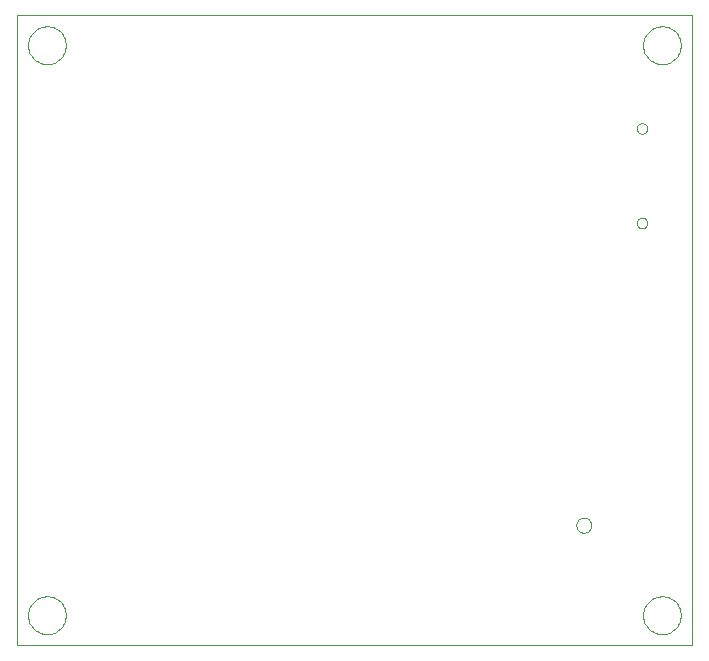
<source format=gbo>
G75*
%MOIN*%
%OFA0B0*%
%FSLAX24Y24*%
%IPPOS*%
%LPD*%
%AMOC8*
5,1,8,0,0,1.08239X$1,22.5*
%
%ADD10C,0.0000*%
D10*
X004872Y000861D02*
X027372Y000861D01*
X027372Y021861D01*
X004872Y021861D01*
X004872Y000861D01*
X005242Y001861D02*
X005244Y001911D01*
X005250Y001961D01*
X005260Y002010D01*
X005274Y002058D01*
X005291Y002105D01*
X005312Y002150D01*
X005337Y002194D01*
X005365Y002235D01*
X005397Y002274D01*
X005431Y002311D01*
X005468Y002345D01*
X005508Y002375D01*
X005550Y002402D01*
X005594Y002426D01*
X005640Y002447D01*
X005687Y002463D01*
X005735Y002476D01*
X005785Y002485D01*
X005834Y002490D01*
X005885Y002491D01*
X005935Y002488D01*
X005984Y002481D01*
X006033Y002470D01*
X006081Y002455D01*
X006127Y002437D01*
X006172Y002415D01*
X006215Y002389D01*
X006256Y002360D01*
X006295Y002328D01*
X006331Y002293D01*
X006363Y002255D01*
X006393Y002215D01*
X006420Y002172D01*
X006443Y002128D01*
X006462Y002082D01*
X006478Y002034D01*
X006490Y001985D01*
X006498Y001936D01*
X006502Y001886D01*
X006502Y001836D01*
X006498Y001786D01*
X006490Y001737D01*
X006478Y001688D01*
X006462Y001640D01*
X006443Y001594D01*
X006420Y001550D01*
X006393Y001507D01*
X006363Y001467D01*
X006331Y001429D01*
X006295Y001394D01*
X006256Y001362D01*
X006215Y001333D01*
X006172Y001307D01*
X006127Y001285D01*
X006081Y001267D01*
X006033Y001252D01*
X005984Y001241D01*
X005935Y001234D01*
X005885Y001231D01*
X005834Y001232D01*
X005785Y001237D01*
X005735Y001246D01*
X005687Y001259D01*
X005640Y001275D01*
X005594Y001296D01*
X005550Y001320D01*
X005508Y001347D01*
X005468Y001377D01*
X005431Y001411D01*
X005397Y001448D01*
X005365Y001487D01*
X005337Y001528D01*
X005312Y001572D01*
X005291Y001617D01*
X005274Y001664D01*
X005260Y001712D01*
X005250Y001761D01*
X005244Y001811D01*
X005242Y001861D01*
X023522Y004861D02*
X023524Y004892D01*
X023530Y004923D01*
X023540Y004953D01*
X023553Y004981D01*
X023570Y005008D01*
X023590Y005032D01*
X023613Y005054D01*
X023638Y005072D01*
X023666Y005087D01*
X023695Y005099D01*
X023725Y005107D01*
X023756Y005111D01*
X023788Y005111D01*
X023819Y005107D01*
X023849Y005099D01*
X023878Y005087D01*
X023906Y005072D01*
X023931Y005054D01*
X023954Y005032D01*
X023974Y005008D01*
X023991Y004981D01*
X024004Y004953D01*
X024014Y004923D01*
X024020Y004892D01*
X024022Y004861D01*
X024020Y004830D01*
X024014Y004799D01*
X024004Y004769D01*
X023991Y004741D01*
X023974Y004714D01*
X023954Y004690D01*
X023931Y004668D01*
X023906Y004650D01*
X023878Y004635D01*
X023849Y004623D01*
X023819Y004615D01*
X023788Y004611D01*
X023756Y004611D01*
X023725Y004615D01*
X023695Y004623D01*
X023666Y004635D01*
X023638Y004650D01*
X023613Y004668D01*
X023590Y004690D01*
X023570Y004714D01*
X023553Y004741D01*
X023540Y004769D01*
X023530Y004799D01*
X023524Y004830D01*
X023522Y004861D01*
X025742Y001861D02*
X025744Y001911D01*
X025750Y001961D01*
X025760Y002010D01*
X025774Y002058D01*
X025791Y002105D01*
X025812Y002150D01*
X025837Y002194D01*
X025865Y002235D01*
X025897Y002274D01*
X025931Y002311D01*
X025968Y002345D01*
X026008Y002375D01*
X026050Y002402D01*
X026094Y002426D01*
X026140Y002447D01*
X026187Y002463D01*
X026235Y002476D01*
X026285Y002485D01*
X026334Y002490D01*
X026385Y002491D01*
X026435Y002488D01*
X026484Y002481D01*
X026533Y002470D01*
X026581Y002455D01*
X026627Y002437D01*
X026672Y002415D01*
X026715Y002389D01*
X026756Y002360D01*
X026795Y002328D01*
X026831Y002293D01*
X026863Y002255D01*
X026893Y002215D01*
X026920Y002172D01*
X026943Y002128D01*
X026962Y002082D01*
X026978Y002034D01*
X026990Y001985D01*
X026998Y001936D01*
X027002Y001886D01*
X027002Y001836D01*
X026998Y001786D01*
X026990Y001737D01*
X026978Y001688D01*
X026962Y001640D01*
X026943Y001594D01*
X026920Y001550D01*
X026893Y001507D01*
X026863Y001467D01*
X026831Y001429D01*
X026795Y001394D01*
X026756Y001362D01*
X026715Y001333D01*
X026672Y001307D01*
X026627Y001285D01*
X026581Y001267D01*
X026533Y001252D01*
X026484Y001241D01*
X026435Y001234D01*
X026385Y001231D01*
X026334Y001232D01*
X026285Y001237D01*
X026235Y001246D01*
X026187Y001259D01*
X026140Y001275D01*
X026094Y001296D01*
X026050Y001320D01*
X026008Y001347D01*
X025968Y001377D01*
X025931Y001411D01*
X025897Y001448D01*
X025865Y001487D01*
X025837Y001528D01*
X025812Y001572D01*
X025791Y001617D01*
X025774Y001664D01*
X025760Y001712D01*
X025750Y001761D01*
X025744Y001811D01*
X025742Y001861D01*
X025538Y014937D02*
X025540Y014963D01*
X025546Y014989D01*
X025555Y015013D01*
X025568Y015036D01*
X025585Y015056D01*
X025604Y015074D01*
X025626Y015089D01*
X025649Y015100D01*
X025674Y015108D01*
X025700Y015112D01*
X025726Y015112D01*
X025752Y015108D01*
X025777Y015100D01*
X025801Y015089D01*
X025822Y015074D01*
X025841Y015056D01*
X025858Y015036D01*
X025871Y015013D01*
X025880Y014989D01*
X025886Y014963D01*
X025888Y014937D01*
X025886Y014911D01*
X025880Y014885D01*
X025871Y014861D01*
X025858Y014838D01*
X025841Y014818D01*
X025822Y014800D01*
X025800Y014785D01*
X025777Y014774D01*
X025752Y014766D01*
X025726Y014762D01*
X025700Y014762D01*
X025674Y014766D01*
X025649Y014774D01*
X025625Y014785D01*
X025604Y014800D01*
X025585Y014818D01*
X025568Y014838D01*
X025555Y014861D01*
X025546Y014885D01*
X025540Y014911D01*
X025538Y014937D01*
X025538Y018087D02*
X025540Y018113D01*
X025546Y018139D01*
X025555Y018163D01*
X025568Y018186D01*
X025585Y018206D01*
X025604Y018224D01*
X025626Y018239D01*
X025649Y018250D01*
X025674Y018258D01*
X025700Y018262D01*
X025726Y018262D01*
X025752Y018258D01*
X025777Y018250D01*
X025801Y018239D01*
X025822Y018224D01*
X025841Y018206D01*
X025858Y018186D01*
X025871Y018163D01*
X025880Y018139D01*
X025886Y018113D01*
X025888Y018087D01*
X025886Y018061D01*
X025880Y018035D01*
X025871Y018011D01*
X025858Y017988D01*
X025841Y017968D01*
X025822Y017950D01*
X025800Y017935D01*
X025777Y017924D01*
X025752Y017916D01*
X025726Y017912D01*
X025700Y017912D01*
X025674Y017916D01*
X025649Y017924D01*
X025625Y017935D01*
X025604Y017950D01*
X025585Y017968D01*
X025568Y017988D01*
X025555Y018011D01*
X025546Y018035D01*
X025540Y018061D01*
X025538Y018087D01*
X025742Y020861D02*
X025744Y020911D01*
X025750Y020961D01*
X025760Y021010D01*
X025774Y021058D01*
X025791Y021105D01*
X025812Y021150D01*
X025837Y021194D01*
X025865Y021235D01*
X025897Y021274D01*
X025931Y021311D01*
X025968Y021345D01*
X026008Y021375D01*
X026050Y021402D01*
X026094Y021426D01*
X026140Y021447D01*
X026187Y021463D01*
X026235Y021476D01*
X026285Y021485D01*
X026334Y021490D01*
X026385Y021491D01*
X026435Y021488D01*
X026484Y021481D01*
X026533Y021470D01*
X026581Y021455D01*
X026627Y021437D01*
X026672Y021415D01*
X026715Y021389D01*
X026756Y021360D01*
X026795Y021328D01*
X026831Y021293D01*
X026863Y021255D01*
X026893Y021215D01*
X026920Y021172D01*
X026943Y021128D01*
X026962Y021082D01*
X026978Y021034D01*
X026990Y020985D01*
X026998Y020936D01*
X027002Y020886D01*
X027002Y020836D01*
X026998Y020786D01*
X026990Y020737D01*
X026978Y020688D01*
X026962Y020640D01*
X026943Y020594D01*
X026920Y020550D01*
X026893Y020507D01*
X026863Y020467D01*
X026831Y020429D01*
X026795Y020394D01*
X026756Y020362D01*
X026715Y020333D01*
X026672Y020307D01*
X026627Y020285D01*
X026581Y020267D01*
X026533Y020252D01*
X026484Y020241D01*
X026435Y020234D01*
X026385Y020231D01*
X026334Y020232D01*
X026285Y020237D01*
X026235Y020246D01*
X026187Y020259D01*
X026140Y020275D01*
X026094Y020296D01*
X026050Y020320D01*
X026008Y020347D01*
X025968Y020377D01*
X025931Y020411D01*
X025897Y020448D01*
X025865Y020487D01*
X025837Y020528D01*
X025812Y020572D01*
X025791Y020617D01*
X025774Y020664D01*
X025760Y020712D01*
X025750Y020761D01*
X025744Y020811D01*
X025742Y020861D01*
X005242Y020861D02*
X005244Y020911D01*
X005250Y020961D01*
X005260Y021010D01*
X005274Y021058D01*
X005291Y021105D01*
X005312Y021150D01*
X005337Y021194D01*
X005365Y021235D01*
X005397Y021274D01*
X005431Y021311D01*
X005468Y021345D01*
X005508Y021375D01*
X005550Y021402D01*
X005594Y021426D01*
X005640Y021447D01*
X005687Y021463D01*
X005735Y021476D01*
X005785Y021485D01*
X005834Y021490D01*
X005885Y021491D01*
X005935Y021488D01*
X005984Y021481D01*
X006033Y021470D01*
X006081Y021455D01*
X006127Y021437D01*
X006172Y021415D01*
X006215Y021389D01*
X006256Y021360D01*
X006295Y021328D01*
X006331Y021293D01*
X006363Y021255D01*
X006393Y021215D01*
X006420Y021172D01*
X006443Y021128D01*
X006462Y021082D01*
X006478Y021034D01*
X006490Y020985D01*
X006498Y020936D01*
X006502Y020886D01*
X006502Y020836D01*
X006498Y020786D01*
X006490Y020737D01*
X006478Y020688D01*
X006462Y020640D01*
X006443Y020594D01*
X006420Y020550D01*
X006393Y020507D01*
X006363Y020467D01*
X006331Y020429D01*
X006295Y020394D01*
X006256Y020362D01*
X006215Y020333D01*
X006172Y020307D01*
X006127Y020285D01*
X006081Y020267D01*
X006033Y020252D01*
X005984Y020241D01*
X005935Y020234D01*
X005885Y020231D01*
X005834Y020232D01*
X005785Y020237D01*
X005735Y020246D01*
X005687Y020259D01*
X005640Y020275D01*
X005594Y020296D01*
X005550Y020320D01*
X005508Y020347D01*
X005468Y020377D01*
X005431Y020411D01*
X005397Y020448D01*
X005365Y020487D01*
X005337Y020528D01*
X005312Y020572D01*
X005291Y020617D01*
X005274Y020664D01*
X005260Y020712D01*
X005250Y020761D01*
X005244Y020811D01*
X005242Y020861D01*
M02*

</source>
